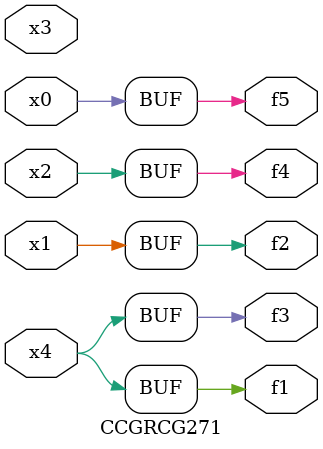
<source format=v>
module CCGRCG271(
	input x0, x1, x2, x3, x4,
	output f1, f2, f3, f4, f5
);
	assign f1 = x4;
	assign f2 = x1;
	assign f3 = x4;
	assign f4 = x2;
	assign f5 = x0;
endmodule

</source>
